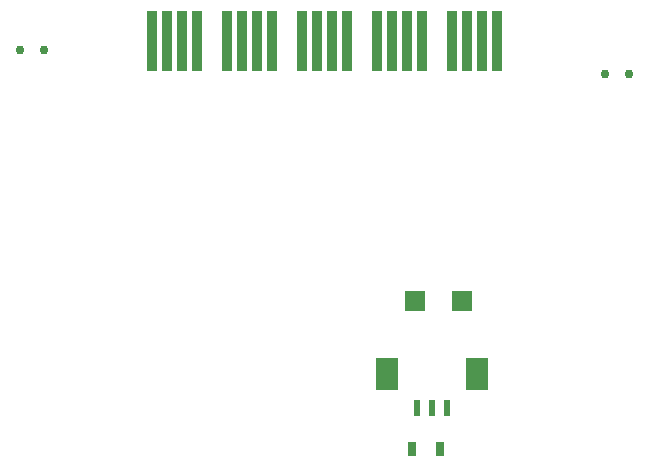
<source format=gts>
%FSLAX25Y25*%
%MOIN*%
G70*
G01*
G75*
G04 Layer_Color=8388736*
%ADD10C,0.01000*%
%ADD11R,0.07874X0.07874*%
%ADD12R,0.02992X0.19685*%
%ADD13R,0.03937X0.05906*%
%ADD14R,0.03150X0.06299*%
%ADD15R,0.08268X0.11811*%
%ADD16C,0.01200*%
%ADD17C,0.00600*%
%ADD18C,0.02500*%
%ADD19C,0.00800*%
%ADD20C,0.02362*%
%ADD21C,0.02400*%
%ADD22R,0.01260X0.13780*%
%ADD23R,0.05906X0.07874*%
%ADD24R,0.05512X0.03937*%
%ADD25R,0.03543X0.05118*%
%ADD26C,0.02000*%
%ADD27R,0.02600X0.08500*%
%ADD28R,0.07000X0.06900*%
%ADD29R,0.06700X0.07100*%
%ADD30R,0.07500X0.10800*%
%ADD31R,0.02300X0.06000*%
%ADD32R,0.02700X0.05900*%
%ADD33R,0.02600X0.05700*%
%ADD34R,0.06900X0.10700*%
%ADD35R,0.03400X0.05300*%
%ADD36R,0.03200X0.05100*%
%ADD37R,0.07274X0.07274*%
%ADD38R,0.02337X0.04306*%
%ADD39R,0.01550X0.04699*%
%ADD40R,0.06668X0.10211*%
%ADD41R,0.06874X0.06874*%
%ADD42R,0.03592X0.20285*%
%ADD43R,0.02937X0.04906*%
%ADD44R,0.02150X0.05299*%
%ADD45R,0.07268X0.10811*%
%ADD46C,0.02962*%
D41*
X134406Y-99789D02*
D03*
X150154D02*
D03*
D42*
X71850Y-13017D02*
D03*
X76850D02*
D03*
X81850D02*
D03*
X86850D02*
D03*
X61905D02*
D03*
X56906D02*
D03*
X51906D02*
D03*
X46905D02*
D03*
X96794D02*
D03*
X101794D02*
D03*
X106794D02*
D03*
X111794D02*
D03*
X136738D02*
D03*
X131738D02*
D03*
X126738D02*
D03*
X121738D02*
D03*
X146683D02*
D03*
X151683D02*
D03*
X156683D02*
D03*
X161683D02*
D03*
D43*
X133457Y-148852D02*
D03*
X142905D02*
D03*
D44*
X145006Y-135352D02*
D03*
X140084D02*
D03*
X135163D02*
D03*
D45*
X155045Y-123934D02*
D03*
X125124D02*
D03*
D46*
X2756Y-16043D02*
D03*
X10630D02*
D03*
X197860Y-23917D02*
D03*
X205734D02*
D03*
M02*

</source>
